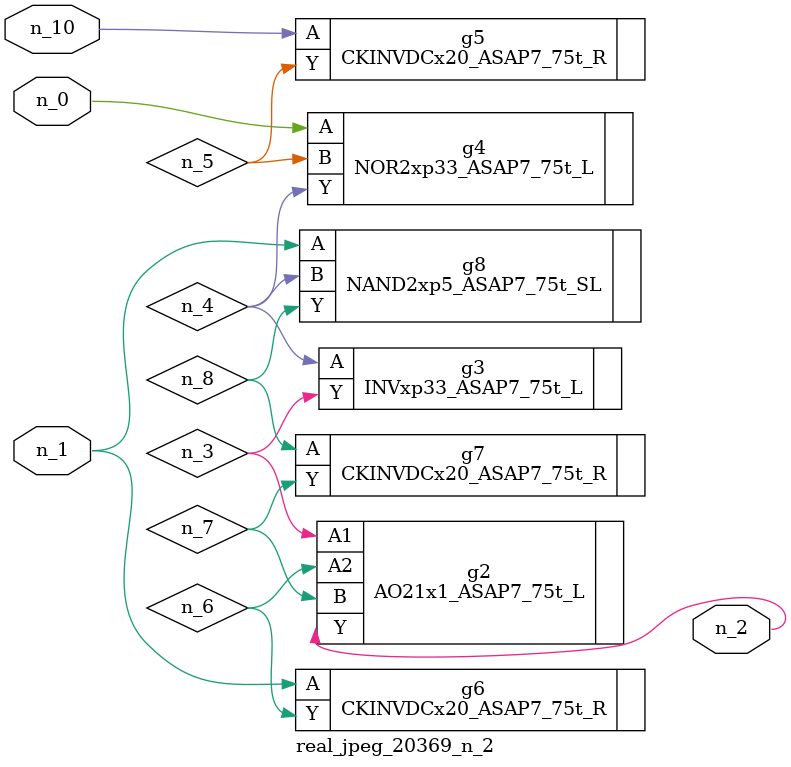
<source format=v>
module real_jpeg_20369_n_2 (n_1, n_10, n_0, n_2);

input n_1;
input n_10;
input n_0;

output n_2;

wire n_5;
wire n_4;
wire n_8;
wire n_6;
wire n_7;
wire n_3;

NOR2xp33_ASAP7_75t_L g4 ( 
.A(n_0),
.B(n_5),
.Y(n_4)
);

CKINVDCx20_ASAP7_75t_R g6 ( 
.A(n_1),
.Y(n_6)
);

NAND2xp5_ASAP7_75t_SL g8 ( 
.A(n_1),
.B(n_4),
.Y(n_8)
);

AO21x1_ASAP7_75t_L g2 ( 
.A1(n_3),
.A2(n_6),
.B(n_7),
.Y(n_2)
);

INVxp33_ASAP7_75t_L g3 ( 
.A(n_4),
.Y(n_3)
);

CKINVDCx20_ASAP7_75t_R g7 ( 
.A(n_8),
.Y(n_7)
);

CKINVDCx20_ASAP7_75t_R g5 ( 
.A(n_10),
.Y(n_5)
);


endmodule
</source>
